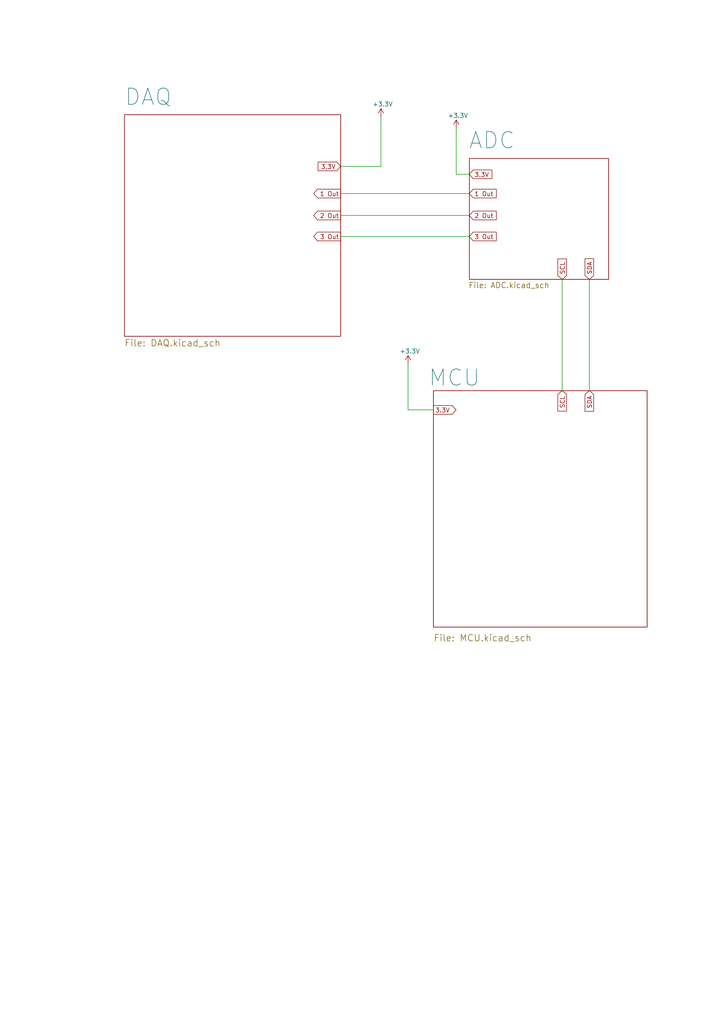
<source format=kicad_sch>
(kicad_sch (version 20231120) (generator "eeschema") (generator_version "8.0")
  (paper "A4" portrait)
  (title_block (rev "V1.0") (company "MyoGen Solutions") (comment 1 "Designed By Eng. Ndambia M."))
  (lib_symbols
    (symbol "power:+3.3V" (power) (pin_numbers hide) (pin_names (offset 0) hide)
      (property "Value" "+3.3V" (at 0 3.556 0))
      (symbol "+3.3V_0_1"
        (polyline (pts (xy -0.762 1.27) (xy 0 2.54)))
        (polyline (pts (xy 0 0) (xy 0 2.54)))
        (polyline (pts (xy 0 2.54) (xy 0.762 1.27)))
      )
      (symbol "+3.3V_1_1"
        (pin power_in line (at 0 0 90) (length 0) (name "~") (number "1"))
      )
    )
  )
  (wire (pts (xy 98.806 48.26) (xy 110.49 48.26)))
  (wire (pts (xy 98.806 68.58) (xy 136.144 68.58)))
  (wire (pts (xy 98.806 62.484) (xy 136.144 62.484)))
  (wire (pts (xy 118.364 118.872) (xy 125.73 118.872)))
  (wire (pts (xy 110.49 34.036) (xy 110.49 48.26)))
  (wire (pts (xy 132.334 37.338) (xy 132.334 50.546)))
  (wire (pts (xy 132.334 50.546) (xy 136.144 50.546)))
  (wire (pts (xy 170.942 81.026) (xy 170.942 113.284)))
  (wire (pts (xy 163.068 81.026) (xy 163.068 113.284)))
  (wire (pts (xy 98.806 56.134) (xy 136.144 56.134)))
  (wire (pts (xy 118.364 105.664) (xy 118.364 118.872)))
  (global_label "SCL" (shape input) (at 163.068 81.026 90) (property "Intersheetrefs" "${INTERSHEET_REFS}" (effects (hide yes))))
  (global_label "SDA" (shape input) (at 170.942 81.026 90) (property "Intersheetrefs" "${INTERSHEET_REFS}" (effects (hide yes))))
  (global_label "3 Out" (shape output) (at 98.806 68.58 180) (property "Intersheetrefs" "${INTERSHEET_REFS}" (effects (hide yes))))
  (global_label "2 Out" (shape output) (at 98.806 62.484 180) (property "Intersheetrefs" "${INTERSHEET_REFS}" (effects (hide yes))))
  (global_label "3.3V" (shape input) (at 98.806 48.26 180) (property "Intersheetrefs" "${INTERSHEET_REFS}" (effects (hide yes))))
  (global_label "1 Out" (shape input) (at 136.144 56.134 0) (property "Intersheetrefs" "${INTERSHEET_REFS}" (effects (hide yes))))
  (global_label "SDA" (shape input) (at 170.942 113.284 270) (property "Intersheetrefs" "${INTERSHEET_REFS}" (effects (hide yes))))
  (global_label "3 Out" (shape input) (at 136.144 68.58 0) (property "Intersheetrefs" "${INTERSHEET_REFS}" (effects (hide yes))))
  (global_label "3.3V" (shape output) (at 125.73 118.872 0) (property "Intersheetrefs" "${INTERSHEET_REFS}" (effects (hide yes))))
  (global_label "1 Out" (shape output) (at 98.806 56.134 180) (property "Intersheetrefs" "${INTERSHEET_REFS}" (effects (hide yes))))
  (global_label "2 Out" (shape input) (at 136.144 62.484 0) (property "Intersheetrefs" "${INTERSHEET_REFS}" (effects (hide yes))))
  (global_label "SCL" (shape input) (at 163.068 113.284 270) (property "Intersheetrefs" "${INTERSHEET_REFS}" (effects (hide yes))))
  (global_label "3.3V" (shape input) (at 136.144 50.546 0) (property "Intersheetrefs" "${INTERSHEET_REFS}" (effects (hide yes))))
  (symbol (lib_id "power:+3.3V") (at 110.49 34.036 0) (unit 1)
    (property "Reference" "#PWR072" (effects (hide yes)))
    (property "Value" "+3.3V" (at 110.998 30.226 0))
  )
  (symbol (lib_id "power:+3.3V") (at 132.334 37.338 0) (unit 1)
    (property "Reference" "#PWR073" (effects (hide yes)))
    (property "Value" "+3.3V" (at 132.842 33.528 0))
  )
  (symbol (lib_id "power:+3.3V") (at 118.364 105.664 0) (unit 1)
    (property "Reference" "#PWR074" (effects (hide yes)))
    (property "Value" "+3.3V" (at 118.872 101.854 0))
  )
  (sheet (at 125.73 113.284) (size 61.976 68.58) (stroke (width 0.1524))
    (property "Sheetname" "MCU" (at 124.206 112.268 0) (effects (font (size 4.7 4.7)) (justify left bottom)))
    (property "Sheetfile" "MCU.kicad_sch" (at 125.73 183.896 0) (effects (font (size 1.9 1.9)) (justify left top)))
  )
  (sheet (at 36.068 33.274) (size 62.738 64.262) (stroke (width 0.1524))
    (property "Sheetname" "DAQ" (at 36.068 30.8474 0) (effects (font (size 4.7 4.7)) (justify left bottom)))
    (property "Sheetfile" "DAQ.kicad_sch" (at 36.068 98.3726 0) (effects (font (size 1.9 1.9)) (justify left top)))
  )
  (sheet (at 136.144 45.974) (size 40.386 35.052) (stroke (width 0.1524))
    (property "Sheetname" "ADC" (at 135.89 43.434 0) (effects (font (size 4.7 4.7)) (justify left bottom)))
    (property "Sheetfile" "ADC.kicad_sch" (at 135.89 81.788 0) (effects (font (size 1.6 1.6)) (justify left top)))
  )
)
</source>
